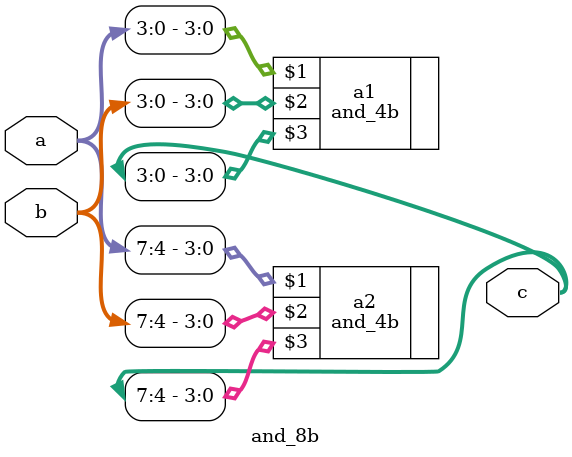
<source format=v>
`include "and_4b.v"

module and_8b(input[7:0] a, b, output[7:0] c);
    and_4b a1(a[3:0], b[3:0], c[3:0]);
    and_4b a2(a[7:4], b[7:4], c[7:4]);
endmodule
</source>
